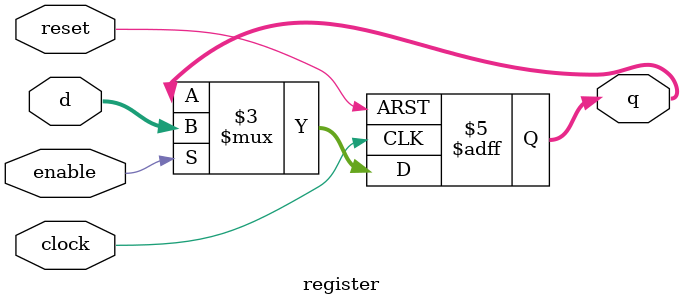
<source format=v>
`timescale 1ns / 1ps

`ifndef _register
`define _register
module register(clock, reset, enable, d, q);

parameter WIDTH = 8 ;
parameter RESET = 0 ;

input clock;
input reset;
input enable;
input [WIDTH-1:0] d;
output reg [WIDTH-1:0] q;
initial q = RESET;

always @(negedge clock, posedge reset)
begin
	if(reset)
		q <= RESET;
	else if(enable)
		q <= d;
end
endmodule
`endif

</source>
